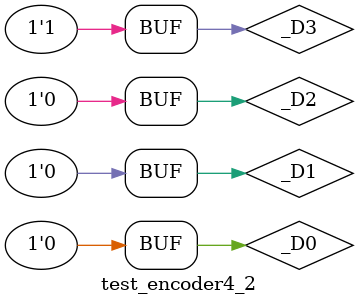
<source format=v>
module encoder4_2 (D0,D1,D2,D3,A0,A1,out);

input D0,D1,D2,D3;
output A0,A1,out;

wire nD2,and_nD2_D1;

not (nD2,D2);
and (and_nD2_D1,nD2,D1);
or (A0,D3,and_nD2_D1);

or (A1,D2,D3);	

or (out,D0,D1,D2,D3);

endmodule

module test_encoder4_2;

reg _D0,_D1,_D2,_D3;
wire _A0,_A1,_out;

encoder4_2 full(.D0(_D0),.D1(_D1),.D2(_D2),.D3(_D3),.A0(_A0),.A1(_A1),.out(_out));

initial begin
_D0=1'b0; _D1=1'b0; _D2=1'b0; _D3=1'b0;

#10

_D0=1'b1; _D1=1'b0; _D2=1'b0; _D3=1'b0;

#10

_D0=1'b0; _D1=1'b1; _D2=1'b0; _D3=1'b0;

#10

_D0=1'b0; _D1=1'b0; _D2=1'b1; _D3=1'b0;

#10

_D0=1'b0; _D1=1'b0; _D2=1'b0; _D3=1'b1;

end

endmodule
</source>
